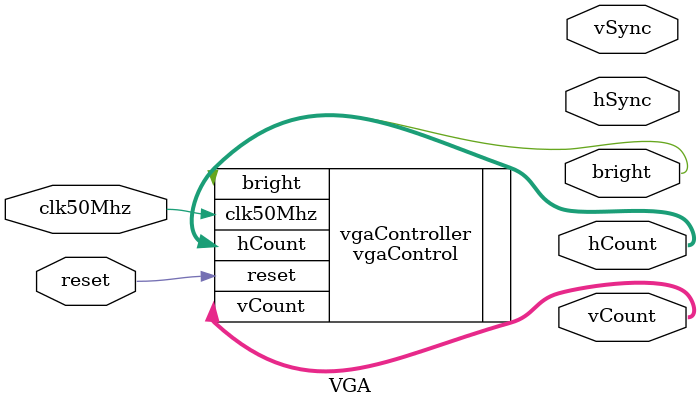
<source format=v>
module VGA (
	input clk50Mhz, reset, // system clock and clear
	output hSync, vSync, // active low sync signals to the VGA interface
	output bright, // asserted when the pixel is bright active low
	output [9:0] hCount, vCount // horiz and vertical count // these tell you where you are on the screen
);

// Instantiate the vgaControl
vgaControl vgaController (
	.clk50Mhz(clk50Mhz),
	.reset(reset),
	.bright(bright),
	.hCount(hCount),
	.vCount(vCount)
);

endmodule
</source>
